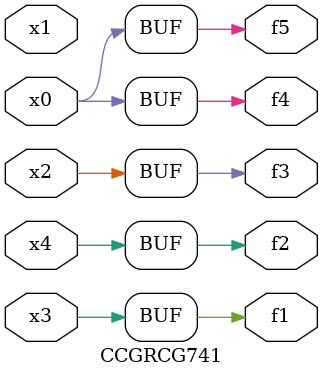
<source format=v>
module CCGRCG741(
	input x0, x1, x2, x3, x4,
	output f1, f2, f3, f4, f5
);
	assign f1 = x3;
	assign f2 = x4;
	assign f3 = x2;
	assign f4 = x0;
	assign f5 = x0;
endmodule

</source>
